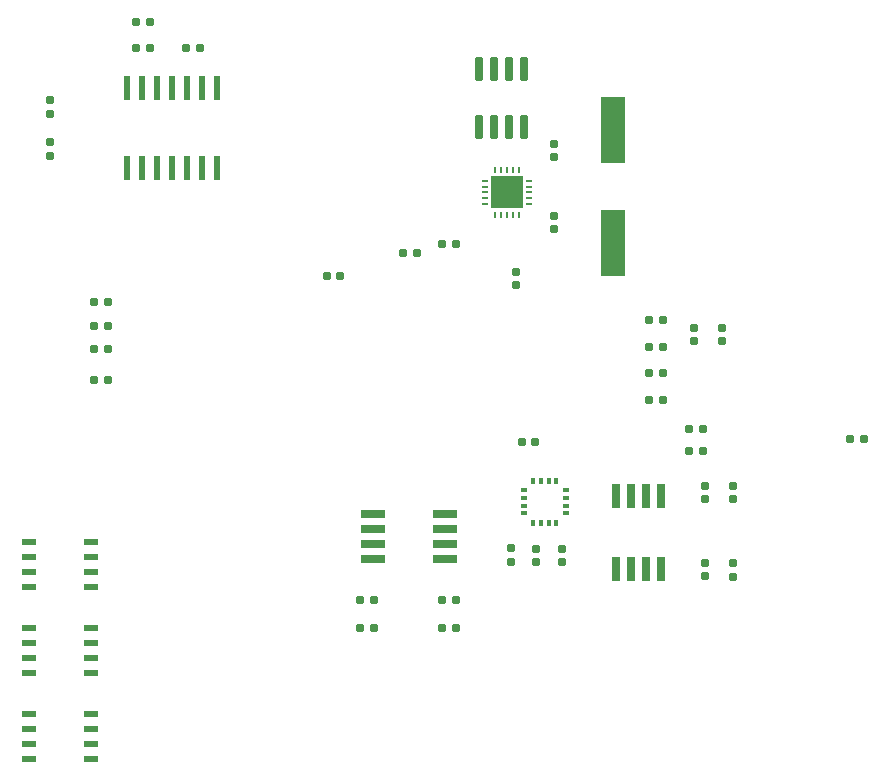
<source format=gbr>
%TF.GenerationSoftware,KiCad,Pcbnew,8.0.7*%
%TF.CreationDate,2025-02-06T16:30:48-03:00*%
%TF.ProjectId,adcs_board,61646373-5f62-46f6-9172-642e6b696361,1.0*%
%TF.SameCoordinates,Original*%
%TF.FileFunction,Paste,Bot*%
%TF.FilePolarity,Positive*%
%FSLAX46Y46*%
G04 Gerber Fmt 4.6, Leading zero omitted, Abs format (unit mm)*
G04 Created by KiCad (PCBNEW 8.0.7) date 2025-02-06 16:30:48*
%MOMM*%
%LPD*%
G01*
G04 APERTURE LIST*
G04 Aperture macros list*
%AMRoundRect*
0 Rectangle with rounded corners*
0 $1 Rounding radius*
0 $2 $3 $4 $5 $6 $7 $8 $9 X,Y pos of 4 corners*
0 Add a 4 corners polygon primitive as box body*
4,1,4,$2,$3,$4,$5,$6,$7,$8,$9,$2,$3,0*
0 Add four circle primitives for the rounded corners*
1,1,$1+$1,$2,$3*
1,1,$1+$1,$4,$5*
1,1,$1+$1,$6,$7*
1,1,$1+$1,$8,$9*
0 Add four rect primitives between the rounded corners*
20,1,$1+$1,$2,$3,$4,$5,0*
20,1,$1+$1,$4,$5,$6,$7,0*
20,1,$1+$1,$6,$7,$8,$9,0*
20,1,$1+$1,$8,$9,$2,$3,0*%
G04 Aperture macros list end*
%ADD10C,0.000000*%
%ADD11RoundRect,0.155000X0.155000X-0.212500X0.155000X0.212500X-0.155000X0.212500X-0.155000X-0.212500X0*%
%ADD12RoundRect,0.155000X-0.155000X0.212500X-0.155000X-0.212500X0.155000X-0.212500X0.155000X0.212500X0*%
%ADD13RoundRect,0.155000X0.212500X0.155000X-0.212500X0.155000X-0.212500X-0.155000X0.212500X-0.155000X0*%
%ADD14R,1.257300X0.508000*%
%ADD15RoundRect,0.160000X-0.160000X0.197500X-0.160000X-0.197500X0.160000X-0.197500X0.160000X0.197500X0*%
%ADD16R,2.000000X0.750000*%
%ADD17R,2.100000X5.600000*%
%ADD18RoundRect,0.160000X-0.197500X-0.160000X0.197500X-0.160000X0.197500X0.160000X-0.197500X0.160000X0*%
%ADD19R,0.558800X2.159000*%
%ADD20R,0.750000X2.000000*%
%ADD21R,0.254000X0.609600*%
%ADD22R,0.609600X0.254000*%
%ADD23R,2.692400X2.692400*%
%ADD24RoundRect,0.155000X-0.212500X-0.155000X0.212500X-0.155000X0.212500X0.155000X-0.212500X0.155000X0*%
%ADD25R,0.508000X0.406400*%
%ADD26R,0.406400X0.508000*%
%ADD27RoundRect,0.160000X0.197500X0.160000X-0.197500X0.160000X-0.197500X-0.160000X0.197500X-0.160000X0*%
%ADD28RoundRect,0.075000X0.225000X-0.910000X0.225000X0.910000X-0.225000X0.910000X-0.225000X-0.910000X0*%
%ADD29RoundRect,0.160000X0.160000X-0.197500X0.160000X0.197500X-0.160000X0.197500X-0.160000X-0.197500X0*%
G04 APERTURE END LIST*
D10*
%TO.C,U1*%
G36*
X140400000Y-80400000D02*
G01*
X139253800Y-80400000D01*
X139253800Y-79253800D01*
X140400000Y-79253800D01*
X140400000Y-80400000D01*
G37*
G36*
X140400000Y-81746200D02*
G01*
X139253800Y-81746200D01*
X139253800Y-80600000D01*
X140400000Y-80600000D01*
X140400000Y-81746200D01*
G37*
G36*
X141746200Y-80400000D02*
G01*
X140600000Y-80400000D01*
X140600000Y-79253800D01*
X141746200Y-79253800D01*
X141746200Y-80400000D01*
G37*
G36*
X141746200Y-81746200D02*
G01*
X140600000Y-81746200D01*
X140600000Y-80600000D01*
X141746200Y-80600000D01*
X141746200Y-81746200D01*
G37*
%TD*%
D11*
%TO.C,C2*%
X144500000Y-77512500D03*
X144500000Y-76377500D03*
%TD*%
D12*
%TO.C,C101*%
X141300000Y-87232500D03*
X141300000Y-88367500D03*
%TD*%
D11*
%TO.C,C70*%
X145174999Y-111789500D03*
X145174999Y-110654500D03*
%TD*%
D13*
%TO.C,C76*%
X157067500Y-100500000D03*
X155932500Y-100500000D03*
%TD*%
D14*
%TO.C,U4*%
X100000000Y-128500000D03*
X100000000Y-127230000D03*
X100000000Y-125960000D03*
X100000000Y-124690000D03*
X105245100Y-124690000D03*
X105245100Y-125960000D03*
X105245100Y-127230000D03*
X105245100Y-128500000D03*
%TD*%
D15*
%TO.C,R77*%
X101846666Y-76259983D03*
X101846666Y-77454983D03*
%TD*%
D16*
%TO.C,T3*%
X135260700Y-107695000D03*
X135260700Y-108965000D03*
X135260700Y-110235000D03*
X135260700Y-111505000D03*
X129139300Y-111505000D03*
X129139300Y-110235000D03*
X129139300Y-108965000D03*
X129139300Y-107695000D03*
%TD*%
D17*
%TO.C,Y1*%
X149500000Y-75250000D03*
X149500000Y-84750000D03*
%TD*%
D11*
%TO.C,C75*%
X156300000Y-93077500D03*
X156300000Y-91942500D03*
%TD*%
D12*
%TO.C,C3*%
X144500000Y-82487500D03*
X144500000Y-83622500D03*
%TD*%
D18*
%TO.C,R35*%
X152502500Y-91310000D03*
X153697500Y-91310000D03*
%TD*%
D12*
%TO.C,C93*%
X157300000Y-105332500D03*
X157300000Y-106467500D03*
%TD*%
D19*
%TO.C,U29*%
X108306666Y-71684283D03*
X109576666Y-71684283D03*
X110846666Y-71684283D03*
X112116666Y-71684283D03*
X113386666Y-71684283D03*
X114656666Y-71684283D03*
X115926666Y-71684283D03*
X115926666Y-78440683D03*
X114656666Y-78440683D03*
X113386666Y-78440683D03*
X112116666Y-78440683D03*
X110846666Y-78440683D03*
X109576666Y-78440683D03*
X108306666Y-78440683D03*
%TD*%
D20*
%TO.C,T4*%
X153505000Y-112360700D03*
X152235000Y-112360700D03*
X150965000Y-112360700D03*
X149695000Y-112360700D03*
X149695000Y-106239300D03*
X150965000Y-106239300D03*
X152235000Y-106239300D03*
X153505000Y-106239300D03*
%TD*%
D12*
%TO.C,C97*%
X157300000Y-111870000D03*
X157300000Y-113005000D03*
%TD*%
D21*
%TO.C,U1*%
X139499999Y-78607700D03*
X140000001Y-78607700D03*
X140500000Y-78607700D03*
X140999999Y-78607700D03*
X141500001Y-78607700D03*
D22*
X142392300Y-79499999D03*
X142392300Y-80000001D03*
X142392300Y-80500000D03*
X142392300Y-80999999D03*
X142392300Y-81500001D03*
D21*
X141500001Y-82392300D03*
X140999999Y-82392300D03*
X140500000Y-82392300D03*
X140000001Y-82392300D03*
X139499999Y-82392300D03*
D22*
X138607700Y-81500001D03*
X138607700Y-80999999D03*
X138607700Y-80500000D03*
X138607700Y-80000001D03*
X138607700Y-79499999D03*
D23*
X140500000Y-80500000D03*
%TD*%
D18*
%TO.C,R70*%
X105502500Y-91802501D03*
X106697500Y-91802501D03*
%TD*%
D24*
%TO.C,C81*%
X169582500Y-101350000D03*
X170717500Y-101350000D03*
%TD*%
D25*
%TO.C,U19*%
X141922000Y-107674999D03*
X141922000Y-107025001D03*
X141922000Y-106374999D03*
X141922000Y-105725001D03*
D26*
X142725001Y-104922000D03*
X143374999Y-104922000D03*
X144025001Y-104922000D03*
X144674999Y-104922000D03*
D25*
X145478000Y-105725001D03*
X145478000Y-106374999D03*
X145478000Y-107025001D03*
X145478000Y-107674999D03*
D26*
X144674999Y-108478000D03*
X144025001Y-108478000D03*
X143374999Y-108478000D03*
X142725001Y-108478000D03*
%TD*%
D24*
%TO.C,C91*%
X128097500Y-117370000D03*
X129232500Y-117370000D03*
%TD*%
%TO.C,C95*%
X135032500Y-115030000D03*
X136167500Y-115030000D03*
%TD*%
D27*
%TO.C,R63*%
X153697500Y-95800000D03*
X152502500Y-95800000D03*
%TD*%
D13*
%TO.C,C78*%
X157067500Y-102400000D03*
X155932500Y-102400000D03*
%TD*%
D28*
%TO.C,U22*%
X141905000Y-74970000D03*
X140635000Y-74970000D03*
X139365000Y-74970000D03*
X138095000Y-74970000D03*
X138095000Y-70030000D03*
X139365000Y-70030000D03*
X140635000Y-70030000D03*
X141905000Y-70030000D03*
%TD*%
D13*
%TO.C,C99*%
X126367500Y-87600000D03*
X125232500Y-87600000D03*
%TD*%
D27*
%TO.C,R64*%
X153695000Y-98100000D03*
X152500000Y-98100000D03*
%TD*%
D11*
%TO.C,C71*%
X142994999Y-111809500D03*
X142994999Y-110674500D03*
%TD*%
D14*
%TO.C,U2*%
X100000000Y-121202500D03*
X100000000Y-119932500D03*
X100000000Y-118662500D03*
X100000000Y-117392500D03*
X105245100Y-117392500D03*
X105245100Y-118662500D03*
X105245100Y-119932500D03*
X105245100Y-121202500D03*
%TD*%
D11*
%TO.C,C73*%
X158700000Y-93077500D03*
X158700000Y-91942500D03*
%TD*%
D13*
%TO.C,C1*%
X132867500Y-85650000D03*
X131732500Y-85650000D03*
%TD*%
D24*
%TO.C,C5*%
X135032500Y-84850000D03*
X136167500Y-84850000D03*
%TD*%
D27*
%TO.C,R90*%
X136177500Y-117400000D03*
X134982500Y-117400000D03*
%TD*%
D13*
%TO.C,C96*%
X114479166Y-68262483D03*
X113344166Y-68262483D03*
%TD*%
D14*
%TO.C,U3*%
X100000000Y-113905000D03*
X100000000Y-112635000D03*
X100000000Y-111365000D03*
X100000000Y-110095000D03*
X105245100Y-110095000D03*
X105245100Y-111365000D03*
X105245100Y-112635000D03*
X105245100Y-113905000D03*
%TD*%
D18*
%TO.C,R91*%
X109121666Y-66062483D03*
X110316666Y-66062483D03*
%TD*%
D24*
%TO.C,C98*%
X141732500Y-101650000D03*
X142867500Y-101650000D03*
%TD*%
D27*
%TO.C,R72*%
X106697500Y-96400000D03*
X105502500Y-96400000D03*
%TD*%
D12*
%TO.C,C94*%
X159600000Y-105332500D03*
X159600000Y-106467500D03*
%TD*%
D24*
%TO.C,C92*%
X128097500Y-115000000D03*
X129232500Y-115000000D03*
%TD*%
D29*
%TO.C,R92*%
X159600000Y-113035000D03*
X159600000Y-111840000D03*
%TD*%
D18*
%TO.C,R53*%
X152505000Y-93600000D03*
X153700000Y-93600000D03*
%TD*%
D29*
%TO.C,R32*%
X140804999Y-111819500D03*
X140804999Y-110624500D03*
%TD*%
D15*
%TO.C,R78*%
X101846666Y-72686783D03*
X101846666Y-73881783D03*
%TD*%
D18*
%TO.C,R71*%
X105502500Y-93792501D03*
X106697500Y-93792501D03*
%TD*%
%TO.C,R69*%
X105502500Y-89812501D03*
X106697500Y-89812501D03*
%TD*%
D27*
%TO.C,R93*%
X110316666Y-68262483D03*
X109121666Y-68262483D03*
%TD*%
M02*

</source>
